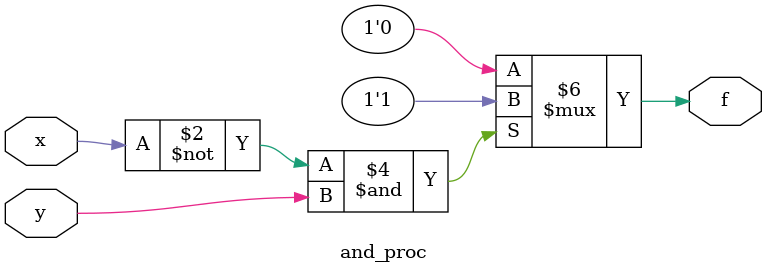
<source format=v>

module and_proc (
  input  wire x, y,
  output reg  f);
  
  always @(x,y)
    if (x == 0 & y == 1)
      f = 1'b1;
    else
      f = 1'b0;
    
endmodule
</source>
